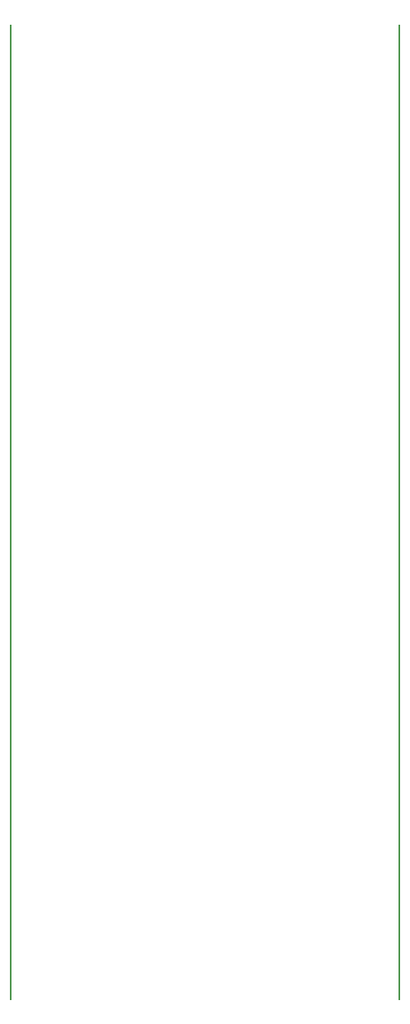
<source format=gbr>
G04 #@! TF.GenerationSoftware,KiCad,Pcbnew,(5.1.5)-3*
G04 #@! TF.CreationDate,2020-08-08T18:50:51-07:00*
G04 #@! TF.ProjectId,NOT_THT,4e4f545f-5448-4542-9e6b-696361645f70,rev?*
G04 #@! TF.SameCoordinates,Original*
G04 #@! TF.FileFunction,OtherDrawing,Comment*
%FSLAX46Y46*%
G04 Gerber Fmt 4.6, Leading zero omitted, Abs format (unit mm)*
G04 Created by KiCad (PCBNEW (5.1.5)-3) date 2020-08-08 18:50:51*
%MOMM*%
%LPD*%
G04 APERTURE LIST*
%ADD10C,0.150000*%
G04 APERTURE END LIST*
D10*
X70000000Y0D02*
X70000000Y-100000000D01*
X30000000Y0D02*
X30000000Y-100000000D01*
M02*

</source>
